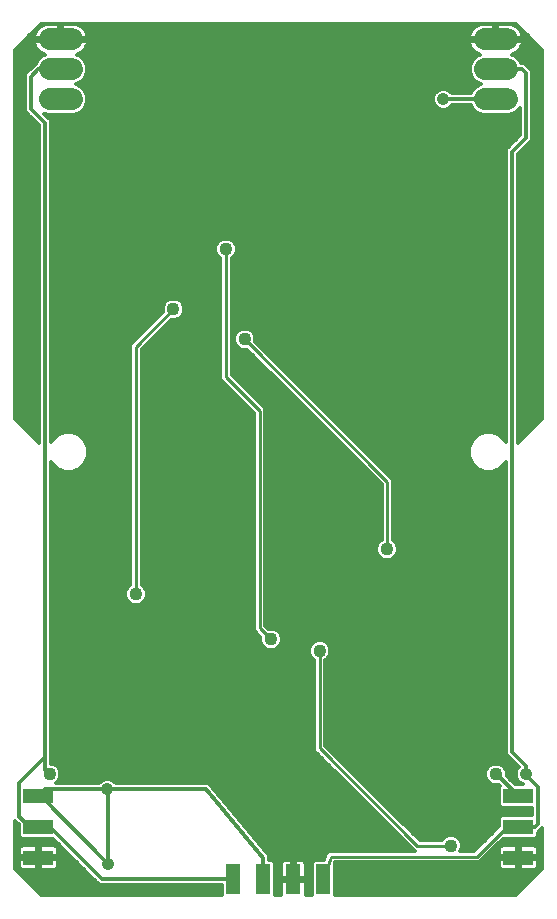
<source format=gbl>
G75*
%MOIN*%
%OFA0B0*%
%FSLAX25Y25*%
%IPPOS*%
%LPD*%
%AMOC8*
5,1,8,0,0,1.08239X$1,22.5*
%
%ADD10C,0.07400*%
%ADD11R,0.10000X0.05000*%
%ADD12R,0.05000X0.10000*%
%ADD13C,0.04165*%
%ADD14C,0.04362*%
%ADD15C,0.01200*%
%ADD16C,0.01000*%
D10*
X0030400Y0289100D02*
X0037800Y0289100D01*
X0037800Y0299100D02*
X0030400Y0299100D01*
X0030400Y0309100D02*
X0037800Y0309100D01*
X0175400Y0309100D02*
X0182800Y0309100D01*
X0182800Y0299100D02*
X0175400Y0299100D01*
X0175400Y0289100D02*
X0182800Y0289100D01*
D11*
X0186600Y0056850D03*
X0186600Y0046600D03*
X0186600Y0036350D03*
X0026600Y0036350D03*
X0026600Y0046600D03*
X0026600Y0056850D03*
D12*
X0091600Y0029100D03*
X0101600Y0029100D03*
X0111600Y0029100D03*
X0121600Y0029100D03*
D13*
X0159100Y0055350D03*
X0169100Y0046600D03*
X0185350Y0030350D03*
X0189100Y0064100D03*
X0157850Y0195350D03*
X0179100Y0197850D03*
X0161600Y0289100D03*
X0072850Y0276600D03*
X0072850Y0070350D03*
X0049602Y0059100D03*
X0049800Y0034400D03*
D14*
X0034100Y0030350D03*
X0030350Y0064100D03*
X0059100Y0124100D03*
X0104100Y0109100D03*
X0120350Y0105350D03*
X0142850Y0139100D03*
X0179100Y0064100D03*
X0164100Y0040350D03*
X0095350Y0209100D03*
X0089100Y0239100D03*
X0071600Y0219100D03*
D15*
X0018800Y0032511D02*
X0027511Y0023800D01*
X0087700Y0023800D01*
X0087700Y0027100D01*
X0047022Y0027100D01*
X0045850Y0028272D01*
X0031422Y0042700D01*
X0021020Y0042700D01*
X0020200Y0043520D01*
X0020200Y0047192D01*
X0019985Y0047407D01*
X0019985Y0047407D01*
X0019372Y0048020D01*
X0019372Y0048020D01*
X0018800Y0048592D01*
X0018800Y0032511D01*
X0018905Y0032406D02*
X0020900Y0032406D01*
X0020982Y0032359D02*
X0021389Y0032250D01*
X0026000Y0032250D01*
X0026000Y0035750D01*
X0027200Y0035750D01*
X0027200Y0036950D01*
X0026000Y0036950D01*
X0026000Y0040450D01*
X0021389Y0040450D01*
X0020982Y0040341D01*
X0020618Y0040130D01*
X0020320Y0039832D01*
X0020109Y0039468D01*
X0020000Y0039061D01*
X0020000Y0036950D01*
X0026000Y0036950D01*
X0026000Y0035750D01*
X0020000Y0035750D01*
X0020000Y0033639D01*
X0020109Y0033232D01*
X0020320Y0032868D01*
X0020618Y0032570D01*
X0020982Y0032359D01*
X0020103Y0031208D02*
X0042914Y0031208D01*
X0044112Y0030009D02*
X0021302Y0030009D01*
X0022500Y0028811D02*
X0045311Y0028811D01*
X0046509Y0027612D02*
X0023699Y0027612D01*
X0024897Y0026414D02*
X0087700Y0026414D01*
X0087700Y0025215D02*
X0026096Y0025215D01*
X0027294Y0024017D02*
X0087700Y0024017D01*
X0091600Y0029100D02*
X0051600Y0029100D01*
X0047850Y0029100D01*
X0030350Y0046600D01*
X0026600Y0046600D01*
X0024965Y0048235D01*
X0021985Y0048235D01*
X0020200Y0050020D01*
X0020200Y0061180D01*
X0028800Y0069780D01*
X0028800Y0065650D01*
X0030350Y0064100D01*
X0033509Y0062369D02*
X0048394Y0062369D01*
X0048909Y0062583D02*
X0047629Y0062052D01*
X0046677Y0061100D01*
X0032414Y0061100D01*
X0033386Y0062071D01*
X0033931Y0063388D01*
X0033931Y0064812D01*
X0033386Y0066129D01*
X0032379Y0067136D01*
X0031062Y0067681D01*
X0030800Y0067681D01*
X0030800Y0168356D01*
X0031005Y0167861D01*
X0032861Y0166005D01*
X0035287Y0165000D01*
X0037913Y0165000D01*
X0040339Y0166005D01*
X0042195Y0167861D01*
X0043200Y0170287D01*
X0043200Y0172913D01*
X0042195Y0175339D01*
X0040339Y0177195D01*
X0037913Y0178200D01*
X0035287Y0178200D01*
X0032861Y0177195D01*
X0031005Y0175339D01*
X0030800Y0174844D01*
X0030800Y0282090D01*
X0028539Y0284351D01*
X0029386Y0284000D01*
X0038814Y0284000D01*
X0040689Y0284776D01*
X0042124Y0286211D01*
X0042900Y0288086D01*
X0042900Y0290114D01*
X0042124Y0291989D01*
X0040689Y0293424D01*
X0039056Y0294100D01*
X0040689Y0294776D01*
X0042124Y0296211D01*
X0042900Y0298086D01*
X0042900Y0300114D01*
X0042124Y0301989D01*
X0040689Y0303424D01*
X0039279Y0304008D01*
X0039834Y0304188D01*
X0040578Y0304567D01*
X0041253Y0305057D01*
X0041843Y0305647D01*
X0042333Y0306322D01*
X0042712Y0307066D01*
X0042969Y0307859D01*
X0043087Y0308600D01*
X0034600Y0308600D01*
X0034600Y0309600D01*
X0033600Y0309600D01*
X0033600Y0314400D01*
X0029983Y0314400D01*
X0029159Y0314269D01*
X0028366Y0314012D01*
X0027622Y0313633D01*
X0026947Y0313143D01*
X0026357Y0312553D01*
X0025867Y0311878D01*
X0025488Y0311134D01*
X0025230Y0310341D01*
X0025113Y0309600D01*
X0033600Y0309600D01*
X0033600Y0308600D01*
X0025113Y0308600D01*
X0025230Y0307859D01*
X0025488Y0307066D01*
X0025867Y0306322D01*
X0026357Y0305647D01*
X0026947Y0305057D01*
X0027622Y0304567D01*
X0028366Y0304188D01*
X0028921Y0304008D01*
X0027511Y0303424D01*
X0026076Y0301989D01*
X0025663Y0300992D01*
X0023272Y0298600D01*
X0022100Y0297428D01*
X0022100Y0285133D01*
X0023272Y0283961D01*
X0026800Y0280433D01*
X0026800Y0174511D01*
X0018800Y0182511D01*
X0018800Y0305689D01*
X0027511Y0314400D01*
X0185689Y0314400D01*
X0194400Y0305689D01*
X0194400Y0182511D01*
X0186400Y0174511D01*
X0186400Y0270772D01*
X0189928Y0274300D01*
X0191100Y0275472D01*
X0191100Y0298678D01*
X0189928Y0299850D01*
X0189850Y0299928D01*
X0188678Y0301100D01*
X0187492Y0301100D01*
X0187124Y0301989D01*
X0185689Y0303424D01*
X0184279Y0304008D01*
X0184834Y0304188D01*
X0185578Y0304567D01*
X0186253Y0305057D01*
X0186843Y0305647D01*
X0187333Y0306322D01*
X0187712Y0307066D01*
X0187969Y0307859D01*
X0188087Y0308600D01*
X0179600Y0308600D01*
X0179600Y0309600D01*
X0178600Y0309600D01*
X0178600Y0314400D01*
X0174983Y0314400D01*
X0174159Y0314269D01*
X0173366Y0314012D01*
X0172622Y0313633D01*
X0171947Y0313143D01*
X0171357Y0312553D01*
X0170867Y0311878D01*
X0170488Y0311134D01*
X0170230Y0310341D01*
X0170113Y0309600D01*
X0178600Y0309600D01*
X0178600Y0308600D01*
X0170113Y0308600D01*
X0170230Y0307859D01*
X0170488Y0307066D01*
X0170867Y0306322D01*
X0171357Y0305647D01*
X0171947Y0305057D01*
X0172622Y0304567D01*
X0173366Y0304188D01*
X0173921Y0304008D01*
X0172511Y0303424D01*
X0171076Y0301989D01*
X0170300Y0300114D01*
X0170300Y0298086D01*
X0171076Y0296211D01*
X0172511Y0294776D01*
X0174144Y0294100D01*
X0172511Y0293424D01*
X0171076Y0291989D01*
X0170708Y0291100D01*
X0164525Y0291100D01*
X0163573Y0292052D01*
X0162293Y0292583D01*
X0160907Y0292583D01*
X0159627Y0292052D01*
X0158648Y0291073D01*
X0158117Y0289793D01*
X0158117Y0288407D01*
X0158648Y0287127D01*
X0159627Y0286148D01*
X0160907Y0285617D01*
X0162293Y0285617D01*
X0163573Y0286148D01*
X0164525Y0287100D01*
X0170708Y0287100D01*
X0171076Y0286211D01*
X0172511Y0284776D01*
X0174386Y0284000D01*
X0183814Y0284000D01*
X0185689Y0284776D01*
X0187100Y0286188D01*
X0187100Y0277128D01*
X0183572Y0273600D01*
X0182400Y0272428D01*
X0182400Y0174844D01*
X0182195Y0175339D01*
X0180339Y0177195D01*
X0177913Y0178200D01*
X0175287Y0178200D01*
X0172861Y0177195D01*
X0171005Y0175339D01*
X0170000Y0172913D01*
X0170000Y0170287D01*
X0171005Y0167861D01*
X0172861Y0166005D01*
X0175287Y0165000D01*
X0177913Y0165000D01*
X0180339Y0166005D01*
X0182195Y0167861D01*
X0182400Y0168356D01*
X0182400Y0070772D01*
X0186623Y0066548D01*
X0186148Y0066073D01*
X0185617Y0064793D01*
X0185617Y0063407D01*
X0186148Y0062127D01*
X0187127Y0061148D01*
X0188087Y0060750D01*
X0185528Y0060750D01*
X0182681Y0063597D01*
X0182681Y0064812D01*
X0182136Y0066129D01*
X0181129Y0067136D01*
X0179812Y0067681D01*
X0178388Y0067681D01*
X0177071Y0067136D01*
X0176064Y0066129D01*
X0175519Y0064812D01*
X0175519Y0063388D01*
X0176064Y0062071D01*
X0177071Y0061064D01*
X0178388Y0060519D01*
X0179812Y0060519D01*
X0180018Y0060604D01*
X0180446Y0060176D01*
X0180200Y0059930D01*
X0180200Y0053770D01*
X0181020Y0052950D01*
X0191000Y0052950D01*
X0191000Y0050500D01*
X0181020Y0050500D01*
X0180200Y0049680D01*
X0180200Y0046853D01*
X0171909Y0038562D01*
X0167236Y0038562D01*
X0167681Y0039638D01*
X0167681Y0041062D01*
X0167136Y0042379D01*
X0166129Y0043386D01*
X0164812Y0043931D01*
X0163388Y0043931D01*
X0162071Y0043386D01*
X0161064Y0042379D01*
X0161011Y0042250D01*
X0153637Y0042250D01*
X0122250Y0073637D01*
X0122250Y0102261D01*
X0122379Y0102314D01*
X0123386Y0103321D01*
X0123931Y0104638D01*
X0123931Y0106062D01*
X0123386Y0107379D01*
X0122379Y0108386D01*
X0121062Y0108931D01*
X0119638Y0108931D01*
X0118321Y0108386D01*
X0117314Y0107379D01*
X0116769Y0106062D01*
X0116769Y0104638D01*
X0117314Y0103321D01*
X0118321Y0102314D01*
X0118450Y0102261D01*
X0118450Y0072063D01*
X0119563Y0070950D01*
X0150950Y0039563D01*
X0151951Y0038562D01*
X0124475Y0038562D01*
X0124027Y0038714D01*
X0123719Y0038562D01*
X0123375Y0038562D01*
X0123040Y0038227D01*
X0122615Y0038017D01*
X0122505Y0037692D01*
X0122262Y0037449D01*
X0122262Y0036975D01*
X0121762Y0035500D01*
X0118520Y0035500D01*
X0117700Y0034680D01*
X0117700Y0023800D01*
X0115676Y0023800D01*
X0115700Y0023889D01*
X0115700Y0028500D01*
X0112200Y0028500D01*
X0112200Y0029700D01*
X0111000Y0029700D01*
X0111000Y0035700D01*
X0108889Y0035700D01*
X0108482Y0035591D01*
X0108118Y0035380D01*
X0107820Y0035082D01*
X0107609Y0034718D01*
X0107500Y0034311D01*
X0107500Y0029700D01*
X0111000Y0029700D01*
X0111000Y0028500D01*
X0107500Y0028500D01*
X0107500Y0023889D01*
X0107524Y0023800D01*
X0105500Y0023800D01*
X0105500Y0034680D01*
X0104680Y0035500D01*
X0103600Y0035500D01*
X0103600Y0036009D01*
X0103667Y0036744D01*
X0103600Y0036824D01*
X0103600Y0036928D01*
X0103078Y0037450D01*
X0084433Y0059824D01*
X0084433Y0059928D01*
X0083912Y0060450D01*
X0083439Y0061017D01*
X0083336Y0061026D01*
X0083262Y0061100D01*
X0082524Y0061100D01*
X0081789Y0061167D01*
X0081709Y0061100D01*
X0052527Y0061100D01*
X0051575Y0062052D01*
X0050295Y0062583D01*
X0048909Y0062583D01*
X0050810Y0062369D02*
X0128144Y0062369D01*
X0129342Y0061171D02*
X0052456Y0061171D01*
X0049800Y0058902D02*
X0049602Y0059100D01*
X0028850Y0059100D01*
X0026600Y0056850D01*
X0027350Y0056850D01*
X0049800Y0034400D01*
X0049800Y0058902D01*
X0049602Y0059100D02*
X0082433Y0059100D01*
X0101600Y0036100D01*
X0101600Y0029100D01*
X0105500Y0028811D02*
X0111000Y0028811D01*
X0111000Y0030009D02*
X0112200Y0030009D01*
X0112200Y0029700D02*
X0112200Y0035700D01*
X0114311Y0035700D01*
X0114718Y0035591D01*
X0115082Y0035380D01*
X0115380Y0035082D01*
X0115591Y0034718D01*
X0115700Y0034311D01*
X0115700Y0029700D01*
X0112200Y0029700D01*
X0112200Y0028811D02*
X0117700Y0028811D01*
X0117700Y0030009D02*
X0115700Y0030009D01*
X0115700Y0031208D02*
X0117700Y0031208D01*
X0117700Y0032406D02*
X0115700Y0032406D01*
X0115700Y0033605D02*
X0117700Y0033605D01*
X0117824Y0034803D02*
X0115541Y0034803D01*
X0112200Y0034803D02*
X0111000Y0034803D01*
X0111000Y0033605D02*
X0112200Y0033605D01*
X0112200Y0032406D02*
X0111000Y0032406D01*
X0111000Y0031208D02*
X0112200Y0031208D01*
X0115700Y0027612D02*
X0117700Y0027612D01*
X0117700Y0026414D02*
X0115700Y0026414D01*
X0115700Y0025215D02*
X0117700Y0025215D01*
X0117700Y0024017D02*
X0115700Y0024017D01*
X0107500Y0024017D02*
X0105500Y0024017D01*
X0105500Y0025215D02*
X0107500Y0025215D01*
X0107500Y0026414D02*
X0105500Y0026414D01*
X0105500Y0027612D02*
X0107500Y0027612D01*
X0107500Y0030009D02*
X0105500Y0030009D01*
X0105500Y0031208D02*
X0107500Y0031208D01*
X0107500Y0032406D02*
X0105500Y0032406D01*
X0105500Y0033605D02*
X0107500Y0033605D01*
X0107659Y0034803D02*
X0105376Y0034803D01*
X0103600Y0036002D02*
X0121932Y0036002D01*
X0122262Y0037201D02*
X0103328Y0037201D01*
X0102288Y0038399D02*
X0123212Y0038399D01*
X0125525Y0034762D02*
X0173483Y0034762D01*
X0174596Y0035875D01*
X0181421Y0042700D01*
X0192180Y0042700D01*
X0193000Y0043520D01*
X0193000Y0044700D01*
X0193008Y0044700D01*
X0194180Y0045872D01*
X0194400Y0046092D01*
X0194400Y0032511D01*
X0185689Y0023800D01*
X0125500Y0023800D01*
X0125500Y0034680D01*
X0125497Y0034682D01*
X0125525Y0034762D01*
X0125500Y0033605D02*
X0180009Y0033605D01*
X0180000Y0033639D02*
X0180109Y0033232D01*
X0180320Y0032868D01*
X0180618Y0032570D01*
X0180982Y0032359D01*
X0181389Y0032250D01*
X0186000Y0032250D01*
X0186000Y0035750D01*
X0187200Y0035750D01*
X0187200Y0036950D01*
X0186000Y0036950D01*
X0186000Y0040450D01*
X0181389Y0040450D01*
X0180982Y0040341D01*
X0180618Y0040130D01*
X0180320Y0039832D01*
X0180109Y0039468D01*
X0180000Y0039061D01*
X0180000Y0036950D01*
X0186000Y0036950D01*
X0186000Y0035750D01*
X0180000Y0035750D01*
X0180000Y0033639D01*
X0180000Y0034803D02*
X0173524Y0034803D01*
X0174723Y0036002D02*
X0186000Y0036002D01*
X0186000Y0034803D02*
X0187200Y0034803D01*
X0187200Y0035750D02*
X0187200Y0032250D01*
X0191811Y0032250D01*
X0192218Y0032359D01*
X0192582Y0032570D01*
X0192880Y0032868D01*
X0193091Y0033232D01*
X0193200Y0033639D01*
X0193200Y0035750D01*
X0187200Y0035750D01*
X0187200Y0036002D02*
X0194400Y0036002D01*
X0194400Y0034803D02*
X0193200Y0034803D01*
X0193191Y0033605D02*
X0194400Y0033605D01*
X0194295Y0032406D02*
X0192300Y0032406D01*
X0193097Y0031208D02*
X0125500Y0031208D01*
X0125500Y0032406D02*
X0180900Y0032406D01*
X0180000Y0037201D02*
X0175921Y0037201D01*
X0177120Y0038399D02*
X0180000Y0038399D01*
X0180184Y0039598D02*
X0178318Y0039598D01*
X0179517Y0040796D02*
X0194400Y0040796D01*
X0194400Y0039598D02*
X0193016Y0039598D01*
X0193091Y0039468D02*
X0192880Y0039832D01*
X0192582Y0040130D01*
X0192218Y0040341D01*
X0191811Y0040450D01*
X0187200Y0040450D01*
X0187200Y0036950D01*
X0193200Y0036950D01*
X0193200Y0039061D01*
X0193091Y0039468D01*
X0193200Y0038399D02*
X0194400Y0038399D01*
X0194400Y0037201D02*
X0193200Y0037201D01*
X0194400Y0041995D02*
X0180715Y0041995D01*
X0178937Y0045590D02*
X0150297Y0045590D01*
X0151495Y0044392D02*
X0177738Y0044392D01*
X0176540Y0043193D02*
X0166321Y0043193D01*
X0167295Y0041995D02*
X0175341Y0041995D01*
X0174143Y0040796D02*
X0167681Y0040796D01*
X0167664Y0039598D02*
X0172944Y0039598D01*
X0180135Y0046789D02*
X0149098Y0046789D01*
X0147900Y0047987D02*
X0180200Y0047987D01*
X0180200Y0049186D02*
X0146701Y0049186D01*
X0145503Y0050384D02*
X0180904Y0050384D01*
X0180200Y0053980D02*
X0141907Y0053980D01*
X0140709Y0055178D02*
X0180200Y0055178D01*
X0180200Y0056377D02*
X0139510Y0056377D01*
X0138312Y0057575D02*
X0180200Y0057575D01*
X0180200Y0058774D02*
X0137113Y0058774D01*
X0135915Y0059972D02*
X0180242Y0059972D01*
X0183909Y0062369D02*
X0186047Y0062369D01*
X0185617Y0063568D02*
X0182711Y0063568D01*
X0182681Y0064766D02*
X0185617Y0064766D01*
X0186103Y0065965D02*
X0182204Y0065965D01*
X0181062Y0067163D02*
X0186008Y0067163D01*
X0184810Y0068362D02*
X0127525Y0068362D01*
X0126327Y0069560D02*
X0183611Y0069560D01*
X0182413Y0070759D02*
X0125128Y0070759D01*
X0123930Y0071957D02*
X0182400Y0071957D01*
X0182400Y0073156D02*
X0122731Y0073156D01*
X0122250Y0074354D02*
X0182400Y0074354D01*
X0182400Y0075553D02*
X0122250Y0075553D01*
X0122250Y0076751D02*
X0182400Y0076751D01*
X0182400Y0077950D02*
X0122250Y0077950D01*
X0122250Y0079148D02*
X0182400Y0079148D01*
X0182400Y0080347D02*
X0122250Y0080347D01*
X0122250Y0081545D02*
X0182400Y0081545D01*
X0182400Y0082744D02*
X0122250Y0082744D01*
X0122250Y0083942D02*
X0182400Y0083942D01*
X0182400Y0085141D02*
X0122250Y0085141D01*
X0122250Y0086339D02*
X0182400Y0086339D01*
X0182400Y0087538D02*
X0122250Y0087538D01*
X0122250Y0088737D02*
X0182400Y0088737D01*
X0182400Y0089935D02*
X0122250Y0089935D01*
X0122250Y0091134D02*
X0182400Y0091134D01*
X0182400Y0092332D02*
X0122250Y0092332D01*
X0122250Y0093531D02*
X0182400Y0093531D01*
X0182400Y0094729D02*
X0122250Y0094729D01*
X0122250Y0095928D02*
X0182400Y0095928D01*
X0182400Y0097126D02*
X0122250Y0097126D01*
X0122250Y0098325D02*
X0182400Y0098325D01*
X0182400Y0099523D02*
X0122250Y0099523D01*
X0122250Y0100722D02*
X0182400Y0100722D01*
X0182400Y0101920D02*
X0122250Y0101920D01*
X0123183Y0103119D02*
X0182400Y0103119D01*
X0182400Y0104317D02*
X0123798Y0104317D01*
X0123931Y0105516D02*
X0182400Y0105516D01*
X0182400Y0106714D02*
X0123661Y0106714D01*
X0122852Y0107913D02*
X0182400Y0107913D01*
X0182400Y0109111D02*
X0107681Y0109111D01*
X0107681Y0109812D02*
X0107136Y0111129D01*
X0106129Y0112136D01*
X0104812Y0112681D01*
X0103388Y0112681D01*
X0103259Y0112628D01*
X0102250Y0113637D01*
X0102250Y0186137D01*
X0091000Y0197387D01*
X0091000Y0236011D01*
X0091129Y0236064D01*
X0092136Y0237071D01*
X0092681Y0238388D01*
X0092681Y0239812D01*
X0092136Y0241129D01*
X0091129Y0242136D01*
X0089812Y0242681D01*
X0088388Y0242681D01*
X0087071Y0242136D01*
X0086064Y0241129D01*
X0085519Y0239812D01*
X0085519Y0238388D01*
X0086064Y0237071D01*
X0087071Y0236064D01*
X0087200Y0236011D01*
X0087200Y0195813D01*
X0098450Y0184563D01*
X0098450Y0113637D01*
X0098450Y0112063D01*
X0100572Y0109941D01*
X0100519Y0109812D01*
X0100519Y0108388D01*
X0101064Y0107071D01*
X0102071Y0106064D01*
X0103388Y0105519D01*
X0104812Y0105519D01*
X0106129Y0106064D01*
X0107136Y0107071D01*
X0107681Y0108388D01*
X0107681Y0109812D01*
X0107475Y0110310D02*
X0182400Y0110310D01*
X0182400Y0111508D02*
X0106756Y0111508D01*
X0107484Y0107913D02*
X0117848Y0107913D01*
X0117039Y0106714D02*
X0106779Y0106714D01*
X0103180Y0112707D02*
X0182400Y0112707D01*
X0182400Y0113905D02*
X0102250Y0113905D01*
X0102250Y0115104D02*
X0182400Y0115104D01*
X0182400Y0116302D02*
X0102250Y0116302D01*
X0102250Y0117501D02*
X0182400Y0117501D01*
X0182400Y0118699D02*
X0102250Y0118699D01*
X0102250Y0119898D02*
X0182400Y0119898D01*
X0182400Y0121096D02*
X0102250Y0121096D01*
X0102250Y0122295D02*
X0182400Y0122295D01*
X0182400Y0123493D02*
X0102250Y0123493D01*
X0102250Y0124692D02*
X0182400Y0124692D01*
X0182400Y0125890D02*
X0102250Y0125890D01*
X0102250Y0127089D02*
X0182400Y0127089D01*
X0182400Y0128287D02*
X0102250Y0128287D01*
X0102250Y0129486D02*
X0182400Y0129486D01*
X0182400Y0130684D02*
X0102250Y0130684D01*
X0102250Y0131883D02*
X0182400Y0131883D01*
X0182400Y0133081D02*
X0102250Y0133081D01*
X0102250Y0134280D02*
X0182400Y0134280D01*
X0182400Y0135478D02*
X0102250Y0135478D01*
X0102250Y0136677D02*
X0140209Y0136677D01*
X0139814Y0137071D02*
X0140821Y0136064D01*
X0142138Y0135519D01*
X0143562Y0135519D01*
X0144879Y0136064D01*
X0145886Y0137071D01*
X0146431Y0138388D01*
X0146431Y0139812D01*
X0145886Y0141129D01*
X0144879Y0142136D01*
X0144750Y0142189D01*
X0144750Y0162387D01*
X0098878Y0208259D01*
X0098931Y0208388D01*
X0098931Y0209812D01*
X0098386Y0211129D01*
X0097379Y0212136D01*
X0096062Y0212681D01*
X0094638Y0212681D01*
X0093321Y0212136D01*
X0092314Y0211129D01*
X0091769Y0209812D01*
X0091769Y0208388D01*
X0092314Y0207071D01*
X0093321Y0206064D01*
X0094638Y0205519D01*
X0096062Y0205519D01*
X0096191Y0205572D01*
X0140950Y0160813D01*
X0140950Y0142189D01*
X0140821Y0142136D01*
X0139814Y0141129D01*
X0139269Y0139812D01*
X0139269Y0138388D01*
X0139814Y0137071D01*
X0139481Y0137875D02*
X0102250Y0137875D01*
X0102250Y0139074D02*
X0139269Y0139074D01*
X0139460Y0140272D02*
X0102250Y0140272D01*
X0102250Y0141471D02*
X0140157Y0141471D01*
X0140950Y0142670D02*
X0102250Y0142670D01*
X0102250Y0143868D02*
X0140950Y0143868D01*
X0140950Y0145067D02*
X0102250Y0145067D01*
X0102250Y0146265D02*
X0140950Y0146265D01*
X0140950Y0147464D02*
X0102250Y0147464D01*
X0102250Y0148662D02*
X0140950Y0148662D01*
X0140950Y0149861D02*
X0102250Y0149861D01*
X0102250Y0151059D02*
X0140950Y0151059D01*
X0140950Y0152258D02*
X0102250Y0152258D01*
X0102250Y0153456D02*
X0140950Y0153456D01*
X0140950Y0154655D02*
X0102250Y0154655D01*
X0102250Y0155853D02*
X0140950Y0155853D01*
X0140950Y0157052D02*
X0102250Y0157052D01*
X0102250Y0158250D02*
X0140950Y0158250D01*
X0140950Y0159449D02*
X0102250Y0159449D01*
X0102250Y0160647D02*
X0140950Y0160647D01*
X0139917Y0161846D02*
X0102250Y0161846D01*
X0102250Y0163044D02*
X0138719Y0163044D01*
X0137520Y0164243D02*
X0102250Y0164243D01*
X0102250Y0165441D02*
X0136322Y0165441D01*
X0135123Y0166640D02*
X0102250Y0166640D01*
X0102250Y0167838D02*
X0133925Y0167838D01*
X0132726Y0169037D02*
X0102250Y0169037D01*
X0102250Y0170235D02*
X0131528Y0170235D01*
X0130329Y0171434D02*
X0102250Y0171434D01*
X0102250Y0172632D02*
X0129131Y0172632D01*
X0127932Y0173831D02*
X0102250Y0173831D01*
X0102250Y0175029D02*
X0126734Y0175029D01*
X0125535Y0176228D02*
X0102250Y0176228D01*
X0102250Y0177426D02*
X0124337Y0177426D01*
X0123138Y0178625D02*
X0102250Y0178625D01*
X0102250Y0179823D02*
X0121940Y0179823D01*
X0120741Y0181022D02*
X0102250Y0181022D01*
X0102250Y0182220D02*
X0119543Y0182220D01*
X0118344Y0183419D02*
X0102250Y0183419D01*
X0102250Y0184617D02*
X0117146Y0184617D01*
X0115947Y0185816D02*
X0102250Y0185816D01*
X0101373Y0187014D02*
X0114749Y0187014D01*
X0113550Y0188213D02*
X0100174Y0188213D01*
X0098976Y0189411D02*
X0112352Y0189411D01*
X0111153Y0190610D02*
X0097777Y0190610D01*
X0096579Y0191808D02*
X0109955Y0191808D01*
X0108756Y0193007D02*
X0095380Y0193007D01*
X0094181Y0194205D02*
X0107557Y0194205D01*
X0106359Y0195404D02*
X0092983Y0195404D01*
X0091784Y0196603D02*
X0105160Y0196603D01*
X0103962Y0197801D02*
X0091000Y0197801D01*
X0091000Y0199000D02*
X0102763Y0199000D01*
X0101565Y0200198D02*
X0091000Y0200198D01*
X0091000Y0201397D02*
X0100366Y0201397D01*
X0099168Y0202595D02*
X0091000Y0202595D01*
X0091000Y0203794D02*
X0097969Y0203794D01*
X0096771Y0204992D02*
X0091000Y0204992D01*
X0091000Y0206191D02*
X0093195Y0206191D01*
X0092183Y0207389D02*
X0091000Y0207389D01*
X0091000Y0208588D02*
X0091769Y0208588D01*
X0091769Y0209786D02*
X0091000Y0209786D01*
X0091000Y0210985D02*
X0092255Y0210985D01*
X0093436Y0212183D02*
X0091000Y0212183D01*
X0091000Y0213382D02*
X0182400Y0213382D01*
X0182400Y0214580D02*
X0091000Y0214580D01*
X0091000Y0215779D02*
X0182400Y0215779D01*
X0182400Y0216977D02*
X0091000Y0216977D01*
X0091000Y0218176D02*
X0182400Y0218176D01*
X0182400Y0219374D02*
X0091000Y0219374D01*
X0091000Y0220573D02*
X0182400Y0220573D01*
X0182400Y0221771D02*
X0091000Y0221771D01*
X0091000Y0222970D02*
X0182400Y0222970D01*
X0182400Y0224168D02*
X0091000Y0224168D01*
X0091000Y0225367D02*
X0182400Y0225367D01*
X0182400Y0226565D02*
X0091000Y0226565D01*
X0091000Y0227764D02*
X0182400Y0227764D01*
X0182400Y0228962D02*
X0091000Y0228962D01*
X0091000Y0230161D02*
X0182400Y0230161D01*
X0182400Y0231359D02*
X0091000Y0231359D01*
X0091000Y0232558D02*
X0182400Y0232558D01*
X0182400Y0233756D02*
X0091000Y0233756D01*
X0091000Y0234955D02*
X0182400Y0234955D01*
X0182400Y0236153D02*
X0091218Y0236153D01*
X0092252Y0237352D02*
X0182400Y0237352D01*
X0182400Y0238550D02*
X0092681Y0238550D01*
X0092681Y0239749D02*
X0182400Y0239749D01*
X0182400Y0240947D02*
X0092211Y0240947D01*
X0091104Y0242146D02*
X0182400Y0242146D01*
X0182400Y0243344D02*
X0030800Y0243344D01*
X0030800Y0242146D02*
X0087096Y0242146D01*
X0085989Y0240947D02*
X0030800Y0240947D01*
X0030800Y0239749D02*
X0085519Y0239749D01*
X0085519Y0238550D02*
X0030800Y0238550D01*
X0030800Y0237352D02*
X0085948Y0237352D01*
X0086982Y0236153D02*
X0030800Y0236153D01*
X0030800Y0234955D02*
X0087200Y0234955D01*
X0087200Y0233756D02*
X0030800Y0233756D01*
X0030800Y0232558D02*
X0087200Y0232558D01*
X0087200Y0231359D02*
X0030800Y0231359D01*
X0030800Y0230161D02*
X0087200Y0230161D01*
X0087200Y0228962D02*
X0030800Y0228962D01*
X0030800Y0227764D02*
X0087200Y0227764D01*
X0087200Y0226565D02*
X0030800Y0226565D01*
X0030800Y0225367D02*
X0087200Y0225367D01*
X0087200Y0224168D02*
X0030800Y0224168D01*
X0030800Y0222970D02*
X0087200Y0222970D01*
X0087200Y0221771D02*
X0073993Y0221771D01*
X0073629Y0222136D02*
X0072312Y0222681D01*
X0070888Y0222681D01*
X0069571Y0222136D01*
X0068564Y0221129D01*
X0068019Y0219812D01*
X0068019Y0218388D01*
X0068072Y0218259D01*
X0058313Y0208500D01*
X0057200Y0207387D01*
X0057200Y0127189D01*
X0057071Y0127136D01*
X0056064Y0126129D01*
X0055519Y0124812D01*
X0055519Y0123388D01*
X0056064Y0122071D01*
X0057071Y0121064D01*
X0058388Y0120519D01*
X0059812Y0120519D01*
X0061129Y0121064D01*
X0062136Y0122071D01*
X0062681Y0123388D01*
X0062681Y0124812D01*
X0062136Y0126129D01*
X0061129Y0127136D01*
X0061000Y0127189D01*
X0061000Y0205813D01*
X0070759Y0215572D01*
X0070888Y0215519D01*
X0072312Y0215519D01*
X0073629Y0216064D01*
X0074636Y0217071D01*
X0075181Y0218388D01*
X0075181Y0219812D01*
X0074636Y0221129D01*
X0073629Y0222136D01*
X0074866Y0220573D02*
X0087200Y0220573D01*
X0087200Y0219374D02*
X0075181Y0219374D01*
X0075093Y0218176D02*
X0087200Y0218176D01*
X0087200Y0216977D02*
X0074542Y0216977D01*
X0072940Y0215779D02*
X0087200Y0215779D01*
X0087200Y0214580D02*
X0069767Y0214580D01*
X0068569Y0213382D02*
X0087200Y0213382D01*
X0087200Y0212183D02*
X0067370Y0212183D01*
X0066172Y0210985D02*
X0087200Y0210985D01*
X0087200Y0209786D02*
X0064973Y0209786D01*
X0063775Y0208588D02*
X0087200Y0208588D01*
X0087200Y0207389D02*
X0062576Y0207389D01*
X0061378Y0206191D02*
X0087200Y0206191D01*
X0087200Y0204992D02*
X0061000Y0204992D01*
X0061000Y0203794D02*
X0087200Y0203794D01*
X0087200Y0202595D02*
X0061000Y0202595D01*
X0061000Y0201397D02*
X0087200Y0201397D01*
X0087200Y0200198D02*
X0061000Y0200198D01*
X0061000Y0199000D02*
X0087200Y0199000D01*
X0087200Y0197801D02*
X0061000Y0197801D01*
X0061000Y0196603D02*
X0087200Y0196603D01*
X0087609Y0195404D02*
X0061000Y0195404D01*
X0061000Y0194205D02*
X0088807Y0194205D01*
X0090006Y0193007D02*
X0061000Y0193007D01*
X0061000Y0191808D02*
X0091205Y0191808D01*
X0092403Y0190610D02*
X0061000Y0190610D01*
X0061000Y0189411D02*
X0093602Y0189411D01*
X0094800Y0188213D02*
X0061000Y0188213D01*
X0061000Y0187014D02*
X0095999Y0187014D01*
X0097197Y0185816D02*
X0061000Y0185816D01*
X0061000Y0184617D02*
X0098396Y0184617D01*
X0098450Y0183419D02*
X0061000Y0183419D01*
X0061000Y0182220D02*
X0098450Y0182220D01*
X0098450Y0181022D02*
X0061000Y0181022D01*
X0061000Y0179823D02*
X0098450Y0179823D01*
X0098450Y0178625D02*
X0061000Y0178625D01*
X0061000Y0177426D02*
X0098450Y0177426D01*
X0098450Y0176228D02*
X0061000Y0176228D01*
X0061000Y0175029D02*
X0098450Y0175029D01*
X0098450Y0173831D02*
X0061000Y0173831D01*
X0061000Y0172632D02*
X0098450Y0172632D01*
X0098450Y0171434D02*
X0061000Y0171434D01*
X0061000Y0170235D02*
X0098450Y0170235D01*
X0098450Y0169037D02*
X0061000Y0169037D01*
X0061000Y0167838D02*
X0098450Y0167838D01*
X0098450Y0166640D02*
X0061000Y0166640D01*
X0061000Y0165441D02*
X0098450Y0165441D01*
X0098450Y0164243D02*
X0061000Y0164243D01*
X0061000Y0163044D02*
X0098450Y0163044D01*
X0098450Y0161846D02*
X0061000Y0161846D01*
X0061000Y0160647D02*
X0098450Y0160647D01*
X0098450Y0159449D02*
X0061000Y0159449D01*
X0061000Y0158250D02*
X0098450Y0158250D01*
X0098450Y0157052D02*
X0061000Y0157052D01*
X0061000Y0155853D02*
X0098450Y0155853D01*
X0098450Y0154655D02*
X0061000Y0154655D01*
X0061000Y0153456D02*
X0098450Y0153456D01*
X0098450Y0152258D02*
X0061000Y0152258D01*
X0061000Y0151059D02*
X0098450Y0151059D01*
X0098450Y0149861D02*
X0061000Y0149861D01*
X0061000Y0148662D02*
X0098450Y0148662D01*
X0098450Y0147464D02*
X0061000Y0147464D01*
X0061000Y0146265D02*
X0098450Y0146265D01*
X0098450Y0145067D02*
X0061000Y0145067D01*
X0061000Y0143868D02*
X0098450Y0143868D01*
X0098450Y0142670D02*
X0061000Y0142670D01*
X0061000Y0141471D02*
X0098450Y0141471D01*
X0098450Y0140272D02*
X0061000Y0140272D01*
X0061000Y0139074D02*
X0098450Y0139074D01*
X0098450Y0137875D02*
X0061000Y0137875D01*
X0061000Y0136677D02*
X0098450Y0136677D01*
X0098450Y0135478D02*
X0061000Y0135478D01*
X0061000Y0134280D02*
X0098450Y0134280D01*
X0098450Y0133081D02*
X0061000Y0133081D01*
X0061000Y0131883D02*
X0098450Y0131883D01*
X0098450Y0130684D02*
X0061000Y0130684D01*
X0061000Y0129486D02*
X0098450Y0129486D01*
X0098450Y0128287D02*
X0061000Y0128287D01*
X0061176Y0127089D02*
X0098450Y0127089D01*
X0098450Y0125890D02*
X0062235Y0125890D01*
X0062681Y0124692D02*
X0098450Y0124692D01*
X0098450Y0123493D02*
X0062681Y0123493D01*
X0062228Y0122295D02*
X0098450Y0122295D01*
X0098450Y0121096D02*
X0061161Y0121096D01*
X0057039Y0121096D02*
X0030800Y0121096D01*
X0030800Y0119898D02*
X0098450Y0119898D01*
X0098450Y0118699D02*
X0030800Y0118699D01*
X0030800Y0117501D02*
X0098450Y0117501D01*
X0098450Y0116302D02*
X0030800Y0116302D01*
X0030800Y0115104D02*
X0098450Y0115104D01*
X0098450Y0113905D02*
X0030800Y0113905D01*
X0030800Y0112707D02*
X0098450Y0112707D01*
X0099005Y0111508D02*
X0030800Y0111508D01*
X0030800Y0110310D02*
X0100203Y0110310D01*
X0100519Y0109111D02*
X0030800Y0109111D01*
X0030800Y0107913D02*
X0100716Y0107913D01*
X0101421Y0106714D02*
X0030800Y0106714D01*
X0030800Y0105516D02*
X0116769Y0105516D01*
X0116902Y0104317D02*
X0030800Y0104317D01*
X0030800Y0103119D02*
X0117517Y0103119D01*
X0118450Y0101920D02*
X0030800Y0101920D01*
X0030800Y0100722D02*
X0118450Y0100722D01*
X0118450Y0099523D02*
X0030800Y0099523D01*
X0030800Y0098325D02*
X0118450Y0098325D01*
X0118450Y0097126D02*
X0030800Y0097126D01*
X0030800Y0095928D02*
X0118450Y0095928D01*
X0118450Y0094729D02*
X0030800Y0094729D01*
X0030800Y0093531D02*
X0118450Y0093531D01*
X0118450Y0092332D02*
X0030800Y0092332D01*
X0030800Y0091134D02*
X0118450Y0091134D01*
X0118450Y0089935D02*
X0030800Y0089935D01*
X0030800Y0088737D02*
X0118450Y0088737D01*
X0118450Y0087538D02*
X0030800Y0087538D01*
X0030800Y0086339D02*
X0118450Y0086339D01*
X0118450Y0085141D02*
X0030800Y0085141D01*
X0030800Y0083942D02*
X0118450Y0083942D01*
X0118450Y0082744D02*
X0030800Y0082744D01*
X0030800Y0081545D02*
X0118450Y0081545D01*
X0118450Y0080347D02*
X0030800Y0080347D01*
X0030800Y0079148D02*
X0118450Y0079148D01*
X0118450Y0077950D02*
X0030800Y0077950D01*
X0030800Y0076751D02*
X0118450Y0076751D01*
X0118450Y0075553D02*
X0030800Y0075553D01*
X0030800Y0074354D02*
X0118450Y0074354D01*
X0118450Y0073156D02*
X0030800Y0073156D01*
X0030800Y0071957D02*
X0118556Y0071957D01*
X0119563Y0070950D02*
X0119563Y0070950D01*
X0119754Y0070759D02*
X0030800Y0070759D01*
X0030800Y0069560D02*
X0120953Y0069560D01*
X0122151Y0068362D02*
X0030800Y0068362D01*
X0032312Y0067163D02*
X0123350Y0067163D01*
X0124548Y0065965D02*
X0033454Y0065965D01*
X0033931Y0064766D02*
X0125747Y0064766D01*
X0126945Y0063568D02*
X0033931Y0063568D01*
X0032485Y0061171D02*
X0046747Y0061171D01*
X0033326Y0040796D02*
X0018800Y0040796D01*
X0018800Y0039598D02*
X0020184Y0039598D01*
X0020000Y0038399D02*
X0018800Y0038399D01*
X0018800Y0037201D02*
X0020000Y0037201D01*
X0018800Y0036002D02*
X0026000Y0036002D01*
X0026000Y0034803D02*
X0027200Y0034803D01*
X0027200Y0035750D02*
X0027200Y0032250D01*
X0031811Y0032250D01*
X0032218Y0032359D01*
X0032582Y0032570D01*
X0032880Y0032868D01*
X0033091Y0033232D01*
X0033200Y0033639D01*
X0033200Y0035750D01*
X0027200Y0035750D01*
X0027200Y0036002D02*
X0038120Y0036002D01*
X0039318Y0034803D02*
X0033200Y0034803D01*
X0033191Y0033605D02*
X0040517Y0033605D01*
X0041715Y0032406D02*
X0032300Y0032406D01*
X0033200Y0036950D02*
X0033200Y0039061D01*
X0033091Y0039468D01*
X0032880Y0039832D01*
X0032582Y0040130D01*
X0032218Y0040341D01*
X0031811Y0040450D01*
X0027200Y0040450D01*
X0027200Y0036950D01*
X0033200Y0036950D01*
X0033200Y0037201D02*
X0036921Y0037201D01*
X0035723Y0038399D02*
X0033200Y0038399D01*
X0033016Y0039598D02*
X0034524Y0039598D01*
X0032127Y0041995D02*
X0018800Y0041995D01*
X0018800Y0043193D02*
X0020527Y0043193D01*
X0020200Y0044392D02*
X0018800Y0044392D01*
X0018800Y0045590D02*
X0020200Y0045590D01*
X0020200Y0046789D02*
X0018800Y0046789D01*
X0018800Y0047987D02*
X0019405Y0047987D01*
X0026000Y0039598D02*
X0027200Y0039598D01*
X0027200Y0038399D02*
X0026000Y0038399D01*
X0026000Y0037201D02*
X0027200Y0037201D01*
X0027200Y0033605D02*
X0026000Y0033605D01*
X0026000Y0032406D02*
X0027200Y0032406D01*
X0020009Y0033605D02*
X0018800Y0033605D01*
X0018800Y0034803D02*
X0020000Y0034803D01*
X0028800Y0069780D02*
X0028800Y0281261D01*
X0024100Y0285961D01*
X0024100Y0296600D01*
X0026600Y0299100D01*
X0034100Y0299100D01*
X0027358Y0303270D02*
X0018800Y0303270D01*
X0018800Y0302072D02*
X0026159Y0302072D01*
X0025545Y0300873D02*
X0018800Y0300873D01*
X0018800Y0299674D02*
X0024346Y0299674D01*
X0023148Y0298476D02*
X0018800Y0298476D01*
X0018800Y0297277D02*
X0022100Y0297277D01*
X0022100Y0296079D02*
X0018800Y0296079D01*
X0018800Y0294880D02*
X0022100Y0294880D01*
X0022100Y0293682D02*
X0018800Y0293682D01*
X0018800Y0292483D02*
X0022100Y0292483D01*
X0022100Y0291285D02*
X0018800Y0291285D01*
X0018800Y0290086D02*
X0022100Y0290086D01*
X0022100Y0288888D02*
X0018800Y0288888D01*
X0018800Y0287689D02*
X0022100Y0287689D01*
X0022100Y0286491D02*
X0018800Y0286491D01*
X0018800Y0285292D02*
X0022100Y0285292D01*
X0023139Y0284094D02*
X0018800Y0284094D01*
X0018800Y0282895D02*
X0024338Y0282895D01*
X0025536Y0281697D02*
X0018800Y0281697D01*
X0018800Y0280498D02*
X0026735Y0280498D01*
X0026800Y0279300D02*
X0018800Y0279300D01*
X0018800Y0278101D02*
X0026800Y0278101D01*
X0026800Y0276903D02*
X0018800Y0276903D01*
X0018800Y0275704D02*
X0026800Y0275704D01*
X0026800Y0274506D02*
X0018800Y0274506D01*
X0018800Y0273307D02*
X0026800Y0273307D01*
X0026800Y0272109D02*
X0018800Y0272109D01*
X0018800Y0270910D02*
X0026800Y0270910D01*
X0026800Y0269712D02*
X0018800Y0269712D01*
X0018800Y0268513D02*
X0026800Y0268513D01*
X0026800Y0267315D02*
X0018800Y0267315D01*
X0018800Y0266116D02*
X0026800Y0266116D01*
X0026800Y0264918D02*
X0018800Y0264918D01*
X0018800Y0263719D02*
X0026800Y0263719D01*
X0026800Y0262521D02*
X0018800Y0262521D01*
X0018800Y0261322D02*
X0026800Y0261322D01*
X0026800Y0260124D02*
X0018800Y0260124D01*
X0018800Y0258925D02*
X0026800Y0258925D01*
X0026800Y0257727D02*
X0018800Y0257727D01*
X0018800Y0256528D02*
X0026800Y0256528D01*
X0026800Y0255330D02*
X0018800Y0255330D01*
X0018800Y0254131D02*
X0026800Y0254131D01*
X0026800Y0252933D02*
X0018800Y0252933D01*
X0018800Y0251734D02*
X0026800Y0251734D01*
X0026800Y0250536D02*
X0018800Y0250536D01*
X0018800Y0249337D02*
X0026800Y0249337D01*
X0026800Y0248139D02*
X0018800Y0248139D01*
X0018800Y0246940D02*
X0026800Y0246940D01*
X0026800Y0245741D02*
X0018800Y0245741D01*
X0018800Y0244543D02*
X0026800Y0244543D01*
X0026800Y0243344D02*
X0018800Y0243344D01*
X0018800Y0242146D02*
X0026800Y0242146D01*
X0026800Y0240947D02*
X0018800Y0240947D01*
X0018800Y0239749D02*
X0026800Y0239749D01*
X0026800Y0238550D02*
X0018800Y0238550D01*
X0018800Y0237352D02*
X0026800Y0237352D01*
X0026800Y0236153D02*
X0018800Y0236153D01*
X0018800Y0234955D02*
X0026800Y0234955D01*
X0026800Y0233756D02*
X0018800Y0233756D01*
X0018800Y0232558D02*
X0026800Y0232558D01*
X0026800Y0231359D02*
X0018800Y0231359D01*
X0018800Y0230161D02*
X0026800Y0230161D01*
X0026800Y0228962D02*
X0018800Y0228962D01*
X0018800Y0227764D02*
X0026800Y0227764D01*
X0026800Y0226565D02*
X0018800Y0226565D01*
X0018800Y0225367D02*
X0026800Y0225367D01*
X0026800Y0224168D02*
X0018800Y0224168D01*
X0018800Y0222970D02*
X0026800Y0222970D01*
X0026800Y0221771D02*
X0018800Y0221771D01*
X0018800Y0220573D02*
X0026800Y0220573D01*
X0026800Y0219374D02*
X0018800Y0219374D01*
X0018800Y0218176D02*
X0026800Y0218176D01*
X0026800Y0216977D02*
X0018800Y0216977D01*
X0018800Y0215779D02*
X0026800Y0215779D01*
X0026800Y0214580D02*
X0018800Y0214580D01*
X0018800Y0213382D02*
X0026800Y0213382D01*
X0026800Y0212183D02*
X0018800Y0212183D01*
X0018800Y0210985D02*
X0026800Y0210985D01*
X0026800Y0209786D02*
X0018800Y0209786D01*
X0018800Y0208588D02*
X0026800Y0208588D01*
X0026800Y0207389D02*
X0018800Y0207389D01*
X0018800Y0206191D02*
X0026800Y0206191D01*
X0026800Y0204992D02*
X0018800Y0204992D01*
X0018800Y0203794D02*
X0026800Y0203794D01*
X0026800Y0202595D02*
X0018800Y0202595D01*
X0018800Y0201397D02*
X0026800Y0201397D01*
X0026800Y0200198D02*
X0018800Y0200198D01*
X0018800Y0199000D02*
X0026800Y0199000D01*
X0026800Y0197801D02*
X0018800Y0197801D01*
X0018800Y0196603D02*
X0026800Y0196603D01*
X0026800Y0195404D02*
X0018800Y0195404D01*
X0018800Y0194205D02*
X0026800Y0194205D01*
X0026800Y0193007D02*
X0018800Y0193007D01*
X0018800Y0191808D02*
X0026800Y0191808D01*
X0026800Y0190610D02*
X0018800Y0190610D01*
X0018800Y0189411D02*
X0026800Y0189411D01*
X0026800Y0188213D02*
X0018800Y0188213D01*
X0018800Y0187014D02*
X0026800Y0187014D01*
X0026800Y0185816D02*
X0018800Y0185816D01*
X0018800Y0184617D02*
X0026800Y0184617D01*
X0026800Y0183419D02*
X0018800Y0183419D01*
X0019091Y0182220D02*
X0026800Y0182220D01*
X0026800Y0181022D02*
X0020289Y0181022D01*
X0021488Y0179823D02*
X0026800Y0179823D01*
X0026800Y0178625D02*
X0022686Y0178625D01*
X0023885Y0177426D02*
X0026800Y0177426D01*
X0026800Y0176228D02*
X0025083Y0176228D01*
X0026282Y0175029D02*
X0026800Y0175029D01*
X0030800Y0175029D02*
X0030877Y0175029D01*
X0030800Y0176228D02*
X0031894Y0176228D01*
X0030800Y0177426D02*
X0033419Y0177426D01*
X0030800Y0178625D02*
X0057200Y0178625D01*
X0057200Y0179823D02*
X0030800Y0179823D01*
X0030800Y0181022D02*
X0057200Y0181022D01*
X0057200Y0182220D02*
X0030800Y0182220D01*
X0030800Y0183419D02*
X0057200Y0183419D01*
X0057200Y0184617D02*
X0030800Y0184617D01*
X0030800Y0185816D02*
X0057200Y0185816D01*
X0057200Y0187014D02*
X0030800Y0187014D01*
X0030800Y0188213D02*
X0057200Y0188213D01*
X0057200Y0189411D02*
X0030800Y0189411D01*
X0030800Y0190610D02*
X0057200Y0190610D01*
X0057200Y0191808D02*
X0030800Y0191808D01*
X0030800Y0193007D02*
X0057200Y0193007D01*
X0057200Y0194205D02*
X0030800Y0194205D01*
X0030800Y0195404D02*
X0057200Y0195404D01*
X0057200Y0196603D02*
X0030800Y0196603D01*
X0030800Y0197801D02*
X0057200Y0197801D01*
X0057200Y0199000D02*
X0030800Y0199000D01*
X0030800Y0200198D02*
X0057200Y0200198D01*
X0057200Y0201397D02*
X0030800Y0201397D01*
X0030800Y0202595D02*
X0057200Y0202595D01*
X0057200Y0203794D02*
X0030800Y0203794D01*
X0030800Y0204992D02*
X0057200Y0204992D01*
X0057200Y0206191D02*
X0030800Y0206191D01*
X0030800Y0207389D02*
X0057202Y0207389D01*
X0058401Y0208588D02*
X0030800Y0208588D01*
X0030800Y0209786D02*
X0059599Y0209786D01*
X0060798Y0210985D02*
X0030800Y0210985D01*
X0030800Y0212183D02*
X0061996Y0212183D01*
X0063195Y0213382D02*
X0030800Y0213382D01*
X0030800Y0214580D02*
X0064393Y0214580D01*
X0065592Y0215779D02*
X0030800Y0215779D01*
X0030800Y0216977D02*
X0066790Y0216977D01*
X0067989Y0218176D02*
X0030800Y0218176D01*
X0030800Y0219374D02*
X0068019Y0219374D01*
X0068334Y0220573D02*
X0030800Y0220573D01*
X0030800Y0221771D02*
X0069207Y0221771D01*
X0097264Y0212183D02*
X0182400Y0212183D01*
X0182400Y0210985D02*
X0098445Y0210985D01*
X0098931Y0209786D02*
X0182400Y0209786D01*
X0182400Y0208588D02*
X0098931Y0208588D01*
X0099748Y0207389D02*
X0182400Y0207389D01*
X0182400Y0206191D02*
X0100946Y0206191D01*
X0102145Y0204992D02*
X0182400Y0204992D01*
X0182400Y0203794D02*
X0103343Y0203794D01*
X0104542Y0202595D02*
X0182400Y0202595D01*
X0182400Y0201397D02*
X0105740Y0201397D01*
X0106939Y0200198D02*
X0182400Y0200198D01*
X0182400Y0199000D02*
X0108137Y0199000D01*
X0109336Y0197801D02*
X0182400Y0197801D01*
X0182400Y0196603D02*
X0110534Y0196603D01*
X0111733Y0195404D02*
X0182400Y0195404D01*
X0182400Y0194205D02*
X0112931Y0194205D01*
X0114130Y0193007D02*
X0182400Y0193007D01*
X0182400Y0191808D02*
X0115329Y0191808D01*
X0116527Y0190610D02*
X0182400Y0190610D01*
X0182400Y0189411D02*
X0117726Y0189411D01*
X0118924Y0188213D02*
X0182400Y0188213D01*
X0182400Y0187014D02*
X0120123Y0187014D01*
X0121321Y0185816D02*
X0182400Y0185816D01*
X0182400Y0184617D02*
X0122520Y0184617D01*
X0123718Y0183419D02*
X0182400Y0183419D01*
X0182400Y0182220D02*
X0124917Y0182220D01*
X0126115Y0181022D02*
X0182400Y0181022D01*
X0182400Y0179823D02*
X0127314Y0179823D01*
X0128512Y0178625D02*
X0182400Y0178625D01*
X0182400Y0177426D02*
X0179781Y0177426D01*
X0181306Y0176228D02*
X0182400Y0176228D01*
X0182400Y0175029D02*
X0182323Y0175029D01*
X0186400Y0175029D02*
X0186918Y0175029D01*
X0186400Y0176228D02*
X0188117Y0176228D01*
X0189315Y0177426D02*
X0186400Y0177426D01*
X0186400Y0178625D02*
X0190514Y0178625D01*
X0191712Y0179823D02*
X0186400Y0179823D01*
X0186400Y0181022D02*
X0192911Y0181022D01*
X0194109Y0182220D02*
X0186400Y0182220D01*
X0186400Y0183419D02*
X0194400Y0183419D01*
X0194400Y0184617D02*
X0186400Y0184617D01*
X0186400Y0185816D02*
X0194400Y0185816D01*
X0194400Y0187014D02*
X0186400Y0187014D01*
X0186400Y0188213D02*
X0194400Y0188213D01*
X0194400Y0189411D02*
X0186400Y0189411D01*
X0186400Y0190610D02*
X0194400Y0190610D01*
X0194400Y0191808D02*
X0186400Y0191808D01*
X0186400Y0193007D02*
X0194400Y0193007D01*
X0194400Y0194205D02*
X0186400Y0194205D01*
X0186400Y0195404D02*
X0194400Y0195404D01*
X0194400Y0196603D02*
X0186400Y0196603D01*
X0186400Y0197801D02*
X0194400Y0197801D01*
X0194400Y0199000D02*
X0186400Y0199000D01*
X0186400Y0200198D02*
X0194400Y0200198D01*
X0194400Y0201397D02*
X0186400Y0201397D01*
X0186400Y0202595D02*
X0194400Y0202595D01*
X0194400Y0203794D02*
X0186400Y0203794D01*
X0186400Y0204992D02*
X0194400Y0204992D01*
X0194400Y0206191D02*
X0186400Y0206191D01*
X0186400Y0207389D02*
X0194400Y0207389D01*
X0194400Y0208588D02*
X0186400Y0208588D01*
X0186400Y0209786D02*
X0194400Y0209786D01*
X0194400Y0210985D02*
X0186400Y0210985D01*
X0186400Y0212183D02*
X0194400Y0212183D01*
X0194400Y0213382D02*
X0186400Y0213382D01*
X0186400Y0214580D02*
X0194400Y0214580D01*
X0194400Y0215779D02*
X0186400Y0215779D01*
X0186400Y0216977D02*
X0194400Y0216977D01*
X0194400Y0218176D02*
X0186400Y0218176D01*
X0186400Y0219374D02*
X0194400Y0219374D01*
X0194400Y0220573D02*
X0186400Y0220573D01*
X0186400Y0221771D02*
X0194400Y0221771D01*
X0194400Y0222970D02*
X0186400Y0222970D01*
X0186400Y0224168D02*
X0194400Y0224168D01*
X0194400Y0225367D02*
X0186400Y0225367D01*
X0186400Y0226565D02*
X0194400Y0226565D01*
X0194400Y0227764D02*
X0186400Y0227764D01*
X0186400Y0228962D02*
X0194400Y0228962D01*
X0194400Y0230161D02*
X0186400Y0230161D01*
X0186400Y0231359D02*
X0194400Y0231359D01*
X0194400Y0232558D02*
X0186400Y0232558D01*
X0186400Y0233756D02*
X0194400Y0233756D01*
X0194400Y0234955D02*
X0186400Y0234955D01*
X0186400Y0236153D02*
X0194400Y0236153D01*
X0194400Y0237352D02*
X0186400Y0237352D01*
X0186400Y0238550D02*
X0194400Y0238550D01*
X0194400Y0239749D02*
X0186400Y0239749D01*
X0186400Y0240947D02*
X0194400Y0240947D01*
X0194400Y0242146D02*
X0186400Y0242146D01*
X0186400Y0243344D02*
X0194400Y0243344D01*
X0194400Y0244543D02*
X0186400Y0244543D01*
X0186400Y0245741D02*
X0194400Y0245741D01*
X0194400Y0246940D02*
X0186400Y0246940D01*
X0186400Y0248139D02*
X0194400Y0248139D01*
X0194400Y0249337D02*
X0186400Y0249337D01*
X0186400Y0250536D02*
X0194400Y0250536D01*
X0194400Y0251734D02*
X0186400Y0251734D01*
X0186400Y0252933D02*
X0194400Y0252933D01*
X0194400Y0254131D02*
X0186400Y0254131D01*
X0186400Y0255330D02*
X0194400Y0255330D01*
X0194400Y0256528D02*
X0186400Y0256528D01*
X0186400Y0257727D02*
X0194400Y0257727D01*
X0194400Y0258925D02*
X0186400Y0258925D01*
X0186400Y0260124D02*
X0194400Y0260124D01*
X0194400Y0261322D02*
X0186400Y0261322D01*
X0186400Y0262521D02*
X0194400Y0262521D01*
X0194400Y0263719D02*
X0186400Y0263719D01*
X0186400Y0264918D02*
X0194400Y0264918D01*
X0194400Y0266116D02*
X0186400Y0266116D01*
X0186400Y0267315D02*
X0194400Y0267315D01*
X0194400Y0268513D02*
X0186400Y0268513D01*
X0186400Y0269712D02*
X0194400Y0269712D01*
X0194400Y0270910D02*
X0186539Y0270910D01*
X0187737Y0272109D02*
X0194400Y0272109D01*
X0194400Y0273307D02*
X0188936Y0273307D01*
X0190134Y0274506D02*
X0194400Y0274506D01*
X0194400Y0275704D02*
X0191100Y0275704D01*
X0191100Y0276903D02*
X0194400Y0276903D01*
X0194400Y0278101D02*
X0191100Y0278101D01*
X0191100Y0279300D02*
X0194400Y0279300D01*
X0194400Y0280498D02*
X0191100Y0280498D01*
X0191100Y0281697D02*
X0194400Y0281697D01*
X0194400Y0282895D02*
X0191100Y0282895D01*
X0191100Y0284094D02*
X0194400Y0284094D01*
X0194400Y0285292D02*
X0191100Y0285292D01*
X0191100Y0286491D02*
X0194400Y0286491D01*
X0194400Y0287689D02*
X0191100Y0287689D01*
X0191100Y0288888D02*
X0194400Y0288888D01*
X0194400Y0290086D02*
X0191100Y0290086D01*
X0191100Y0291285D02*
X0194400Y0291285D01*
X0194400Y0292483D02*
X0191100Y0292483D01*
X0191100Y0293682D02*
X0194400Y0293682D01*
X0194400Y0294880D02*
X0191100Y0294880D01*
X0191100Y0296079D02*
X0194400Y0296079D01*
X0194400Y0297277D02*
X0191100Y0297277D01*
X0191100Y0298476D02*
X0194400Y0298476D01*
X0194400Y0299674D02*
X0190104Y0299674D01*
X0188905Y0300873D02*
X0194400Y0300873D01*
X0194400Y0302072D02*
X0187041Y0302072D01*
X0185842Y0303270D02*
X0194400Y0303270D01*
X0194400Y0304469D02*
X0185384Y0304469D01*
X0186857Y0305667D02*
X0194400Y0305667D01*
X0193223Y0306866D02*
X0187610Y0306866D01*
X0188002Y0308064D02*
X0192025Y0308064D01*
X0190826Y0309263D02*
X0179600Y0309263D01*
X0179600Y0309600D02*
X0188087Y0309600D01*
X0187969Y0310341D01*
X0187712Y0311134D01*
X0187333Y0311878D01*
X0186843Y0312553D01*
X0186253Y0313143D01*
X0185578Y0313633D01*
X0184834Y0314012D01*
X0184041Y0314269D01*
X0183217Y0314400D01*
X0179600Y0314400D01*
X0179600Y0309600D01*
X0179600Y0310461D02*
X0178600Y0310461D01*
X0178600Y0309263D02*
X0034600Y0309263D01*
X0034600Y0309600D02*
X0043087Y0309600D01*
X0042969Y0310341D01*
X0042712Y0311134D01*
X0042333Y0311878D01*
X0041843Y0312553D01*
X0041253Y0313143D01*
X0040578Y0313633D01*
X0039834Y0314012D01*
X0039041Y0314269D01*
X0038217Y0314400D01*
X0034600Y0314400D01*
X0034600Y0309600D01*
X0034600Y0310461D02*
X0033600Y0310461D01*
X0033600Y0309263D02*
X0022374Y0309263D01*
X0023572Y0310461D02*
X0025270Y0310461D01*
X0025756Y0311660D02*
X0024771Y0311660D01*
X0025969Y0312858D02*
X0026663Y0312858D01*
X0027168Y0314057D02*
X0028504Y0314057D01*
X0033600Y0314057D02*
X0034600Y0314057D01*
X0034600Y0312858D02*
X0033600Y0312858D01*
X0033600Y0311660D02*
X0034600Y0311660D01*
X0039696Y0314057D02*
X0173504Y0314057D01*
X0171663Y0312858D02*
X0041537Y0312858D01*
X0042444Y0311660D02*
X0170756Y0311660D01*
X0170270Y0310461D02*
X0042930Y0310461D01*
X0043002Y0308064D02*
X0170198Y0308064D01*
X0170590Y0306866D02*
X0042610Y0306866D01*
X0041857Y0305667D02*
X0171343Y0305667D01*
X0172815Y0304469D02*
X0040384Y0304469D01*
X0040842Y0303270D02*
X0172358Y0303270D01*
X0171159Y0302072D02*
X0042041Y0302072D01*
X0042586Y0300873D02*
X0170614Y0300873D01*
X0170300Y0299674D02*
X0042900Y0299674D01*
X0042900Y0298476D02*
X0170300Y0298476D01*
X0170635Y0297277D02*
X0042565Y0297277D01*
X0041991Y0296079D02*
X0171209Y0296079D01*
X0172407Y0294880D02*
X0040793Y0294880D01*
X0040065Y0293682D02*
X0173135Y0293682D01*
X0171571Y0292483D02*
X0162532Y0292483D01*
X0160668Y0292483D02*
X0041629Y0292483D01*
X0042415Y0291285D02*
X0158860Y0291285D01*
X0158239Y0290086D02*
X0042900Y0290086D01*
X0042900Y0288888D02*
X0158117Y0288888D01*
X0158415Y0287689D02*
X0042736Y0287689D01*
X0042239Y0286491D02*
X0159284Y0286491D01*
X0161600Y0289100D02*
X0179100Y0289100D01*
X0184041Y0284094D02*
X0187100Y0284094D01*
X0187100Y0285292D02*
X0186205Y0285292D01*
X0187100Y0282895D02*
X0029994Y0282895D01*
X0030800Y0281697D02*
X0187100Y0281697D01*
X0187100Y0280498D02*
X0030800Y0280498D01*
X0030800Y0279300D02*
X0187100Y0279300D01*
X0187100Y0278101D02*
X0030800Y0278101D01*
X0030800Y0276903D02*
X0186874Y0276903D01*
X0185676Y0275704D02*
X0030800Y0275704D01*
X0030800Y0274506D02*
X0184477Y0274506D01*
X0183279Y0273307D02*
X0030800Y0273307D01*
X0030800Y0272109D02*
X0182400Y0272109D01*
X0182400Y0270910D02*
X0030800Y0270910D01*
X0030800Y0269712D02*
X0182400Y0269712D01*
X0182400Y0268513D02*
X0030800Y0268513D01*
X0030800Y0267315D02*
X0182400Y0267315D01*
X0182400Y0266116D02*
X0030800Y0266116D01*
X0030800Y0264918D02*
X0182400Y0264918D01*
X0182400Y0263719D02*
X0030800Y0263719D01*
X0030800Y0262521D02*
X0182400Y0262521D01*
X0182400Y0261322D02*
X0030800Y0261322D01*
X0030800Y0260124D02*
X0182400Y0260124D01*
X0182400Y0258925D02*
X0030800Y0258925D01*
X0030800Y0257727D02*
X0182400Y0257727D01*
X0182400Y0256528D02*
X0030800Y0256528D01*
X0030800Y0255330D02*
X0182400Y0255330D01*
X0182400Y0254131D02*
X0030800Y0254131D01*
X0030800Y0252933D02*
X0182400Y0252933D01*
X0182400Y0251734D02*
X0030800Y0251734D01*
X0030800Y0250536D02*
X0182400Y0250536D01*
X0182400Y0249337D02*
X0030800Y0249337D01*
X0030800Y0248139D02*
X0182400Y0248139D01*
X0182400Y0246940D02*
X0030800Y0246940D01*
X0030800Y0245741D02*
X0182400Y0245741D01*
X0182400Y0244543D02*
X0030800Y0244543D01*
X0029159Y0284094D02*
X0028796Y0284094D01*
X0039041Y0284094D02*
X0174159Y0284094D01*
X0171995Y0285292D02*
X0041205Y0285292D01*
X0027815Y0304469D02*
X0018800Y0304469D01*
X0018800Y0305667D02*
X0026343Y0305667D01*
X0025590Y0306866D02*
X0019977Y0306866D01*
X0021175Y0308064D02*
X0025198Y0308064D01*
X0039781Y0177426D02*
X0057200Y0177426D01*
X0057200Y0176228D02*
X0041306Y0176228D01*
X0042323Y0175029D02*
X0057200Y0175029D01*
X0057200Y0173831D02*
X0042820Y0173831D01*
X0043200Y0172632D02*
X0057200Y0172632D01*
X0057200Y0171434D02*
X0043200Y0171434D01*
X0043178Y0170235D02*
X0057200Y0170235D01*
X0057200Y0169037D02*
X0042682Y0169037D01*
X0042172Y0167838D02*
X0057200Y0167838D01*
X0057200Y0166640D02*
X0040974Y0166640D01*
X0038978Y0165441D02*
X0057200Y0165441D01*
X0057200Y0164243D02*
X0030800Y0164243D01*
X0030800Y0165441D02*
X0034222Y0165441D01*
X0032226Y0166640D02*
X0030800Y0166640D01*
X0030800Y0167838D02*
X0031028Y0167838D01*
X0030800Y0163044D02*
X0057200Y0163044D01*
X0057200Y0161846D02*
X0030800Y0161846D01*
X0030800Y0160647D02*
X0057200Y0160647D01*
X0057200Y0159449D02*
X0030800Y0159449D01*
X0030800Y0158250D02*
X0057200Y0158250D01*
X0057200Y0157052D02*
X0030800Y0157052D01*
X0030800Y0155853D02*
X0057200Y0155853D01*
X0057200Y0154655D02*
X0030800Y0154655D01*
X0030800Y0153456D02*
X0057200Y0153456D01*
X0057200Y0152258D02*
X0030800Y0152258D01*
X0030800Y0151059D02*
X0057200Y0151059D01*
X0057200Y0149861D02*
X0030800Y0149861D01*
X0030800Y0148662D02*
X0057200Y0148662D01*
X0057200Y0147464D02*
X0030800Y0147464D01*
X0030800Y0146265D02*
X0057200Y0146265D01*
X0057200Y0145067D02*
X0030800Y0145067D01*
X0030800Y0143868D02*
X0057200Y0143868D01*
X0057200Y0142670D02*
X0030800Y0142670D01*
X0030800Y0141471D02*
X0057200Y0141471D01*
X0057200Y0140272D02*
X0030800Y0140272D01*
X0030800Y0139074D02*
X0057200Y0139074D01*
X0057200Y0137875D02*
X0030800Y0137875D01*
X0030800Y0136677D02*
X0057200Y0136677D01*
X0057200Y0135478D02*
X0030800Y0135478D01*
X0030800Y0134280D02*
X0057200Y0134280D01*
X0057200Y0133081D02*
X0030800Y0133081D01*
X0030800Y0131883D02*
X0057200Y0131883D01*
X0057200Y0130684D02*
X0030800Y0130684D01*
X0030800Y0129486D02*
X0057200Y0129486D01*
X0057200Y0128287D02*
X0030800Y0128287D01*
X0030800Y0127089D02*
X0057024Y0127089D01*
X0055965Y0125890D02*
X0030800Y0125890D01*
X0030800Y0124692D02*
X0055519Y0124692D01*
X0055519Y0123493D02*
X0030800Y0123493D01*
X0030800Y0122295D02*
X0055972Y0122295D01*
X0084390Y0059972D02*
X0130541Y0059972D01*
X0131739Y0058774D02*
X0085309Y0058774D01*
X0086307Y0057575D02*
X0132938Y0057575D01*
X0134136Y0056377D02*
X0087306Y0056377D01*
X0088305Y0055178D02*
X0135335Y0055178D01*
X0136533Y0053980D02*
X0089304Y0053980D01*
X0090302Y0052781D02*
X0137732Y0052781D01*
X0138930Y0051583D02*
X0091301Y0051583D01*
X0092300Y0050384D02*
X0140129Y0050384D01*
X0141327Y0049186D02*
X0093299Y0049186D01*
X0094297Y0047987D02*
X0142526Y0047987D01*
X0143724Y0046789D02*
X0095296Y0046789D01*
X0096295Y0045590D02*
X0144923Y0045590D01*
X0146121Y0044392D02*
X0097294Y0044392D01*
X0098293Y0043193D02*
X0147320Y0043193D01*
X0148518Y0041995D02*
X0099291Y0041995D01*
X0100290Y0040796D02*
X0149717Y0040796D01*
X0150915Y0039598D02*
X0101289Y0039598D01*
X0125500Y0030009D02*
X0191898Y0030009D01*
X0190700Y0028811D02*
X0125500Y0028811D01*
X0125500Y0027612D02*
X0189501Y0027612D01*
X0188303Y0026414D02*
X0125500Y0026414D01*
X0125500Y0025215D02*
X0187104Y0025215D01*
X0185906Y0024017D02*
X0125500Y0024017D01*
X0143106Y0052781D02*
X0191000Y0052781D01*
X0191000Y0051583D02*
X0144304Y0051583D01*
X0152694Y0043193D02*
X0161879Y0043193D01*
X0176965Y0061171D02*
X0134716Y0061171D01*
X0133518Y0062369D02*
X0175941Y0062369D01*
X0175519Y0063568D02*
X0132319Y0063568D01*
X0131121Y0064766D02*
X0175519Y0064766D01*
X0175996Y0065965D02*
X0129922Y0065965D01*
X0128724Y0067163D02*
X0177138Y0067163D01*
X0179100Y0064100D02*
X0179350Y0064100D01*
X0186600Y0056850D01*
X0187104Y0061171D02*
X0185108Y0061171D01*
X0189100Y0063830D02*
X0193000Y0059930D01*
X0193000Y0047520D01*
X0192180Y0046700D01*
X0186700Y0046700D01*
X0186600Y0046600D01*
X0193000Y0044392D02*
X0194400Y0044392D01*
X0194400Y0045590D02*
X0193898Y0045590D01*
X0194400Y0043193D02*
X0192673Y0043193D01*
X0187200Y0039598D02*
X0186000Y0039598D01*
X0186000Y0038399D02*
X0187200Y0038399D01*
X0187200Y0037201D02*
X0186000Y0037201D01*
X0186000Y0033605D02*
X0187200Y0033605D01*
X0187200Y0032406D02*
X0186000Y0032406D01*
X0189100Y0063830D02*
X0189100Y0064100D01*
X0189100Y0066900D01*
X0184400Y0071600D01*
X0184400Y0271600D01*
X0189100Y0276300D01*
X0189100Y0297850D01*
X0187850Y0299100D01*
X0179100Y0299100D01*
X0170785Y0291285D02*
X0164340Y0291285D01*
X0163916Y0286491D02*
X0170961Y0286491D01*
X0178600Y0311660D02*
X0179600Y0311660D01*
X0179600Y0312858D02*
X0178600Y0312858D01*
X0178600Y0314057D02*
X0179600Y0314057D01*
X0184696Y0314057D02*
X0186032Y0314057D01*
X0186537Y0312858D02*
X0187231Y0312858D01*
X0187444Y0311660D02*
X0188429Y0311660D01*
X0187930Y0310461D02*
X0189628Y0310461D01*
X0173419Y0177426D02*
X0129711Y0177426D01*
X0130909Y0176228D02*
X0171894Y0176228D01*
X0170877Y0175029D02*
X0132108Y0175029D01*
X0133306Y0173831D02*
X0170380Y0173831D01*
X0170000Y0172632D02*
X0134505Y0172632D01*
X0135703Y0171434D02*
X0170000Y0171434D01*
X0170021Y0170235D02*
X0136902Y0170235D01*
X0138100Y0169037D02*
X0170518Y0169037D01*
X0171028Y0167838D02*
X0139299Y0167838D01*
X0140497Y0166640D02*
X0172226Y0166640D01*
X0174222Y0165441D02*
X0141696Y0165441D01*
X0142894Y0164243D02*
X0182400Y0164243D01*
X0182400Y0165441D02*
X0178978Y0165441D01*
X0180974Y0166640D02*
X0182400Y0166640D01*
X0182400Y0167838D02*
X0182172Y0167838D01*
X0182400Y0163044D02*
X0144093Y0163044D01*
X0144750Y0161846D02*
X0182400Y0161846D01*
X0182400Y0160647D02*
X0144750Y0160647D01*
X0144750Y0159449D02*
X0182400Y0159449D01*
X0182400Y0158250D02*
X0144750Y0158250D01*
X0144750Y0157052D02*
X0182400Y0157052D01*
X0182400Y0155853D02*
X0144750Y0155853D01*
X0144750Y0154655D02*
X0182400Y0154655D01*
X0182400Y0153456D02*
X0144750Y0153456D01*
X0144750Y0152258D02*
X0182400Y0152258D01*
X0182400Y0151059D02*
X0144750Y0151059D01*
X0144750Y0149861D02*
X0182400Y0149861D01*
X0182400Y0148662D02*
X0144750Y0148662D01*
X0144750Y0147464D02*
X0182400Y0147464D01*
X0182400Y0146265D02*
X0144750Y0146265D01*
X0144750Y0145067D02*
X0182400Y0145067D01*
X0182400Y0143868D02*
X0144750Y0143868D01*
X0144750Y0142670D02*
X0182400Y0142670D01*
X0182400Y0141471D02*
X0145543Y0141471D01*
X0146240Y0140272D02*
X0182400Y0140272D01*
X0182400Y0139074D02*
X0146431Y0139074D01*
X0146219Y0137875D02*
X0182400Y0137875D01*
X0182400Y0136677D02*
X0145491Y0136677D01*
D16*
X0142850Y0139100D02*
X0142850Y0161600D01*
X0095350Y0209100D01*
X0089100Y0196600D02*
X0100350Y0185350D01*
X0100350Y0112850D01*
X0104100Y0109100D01*
X0120350Y0105350D02*
X0120350Y0072850D01*
X0152850Y0040350D01*
X0164100Y0040350D01*
X0172696Y0036662D02*
X0124162Y0036662D01*
X0121600Y0029100D01*
X0172696Y0036662D02*
X0182634Y0046600D01*
X0186600Y0046600D01*
X0089100Y0196600D02*
X0089100Y0239100D01*
X0071600Y0219100D02*
X0059100Y0206600D01*
X0059100Y0124100D01*
M02*

</source>
